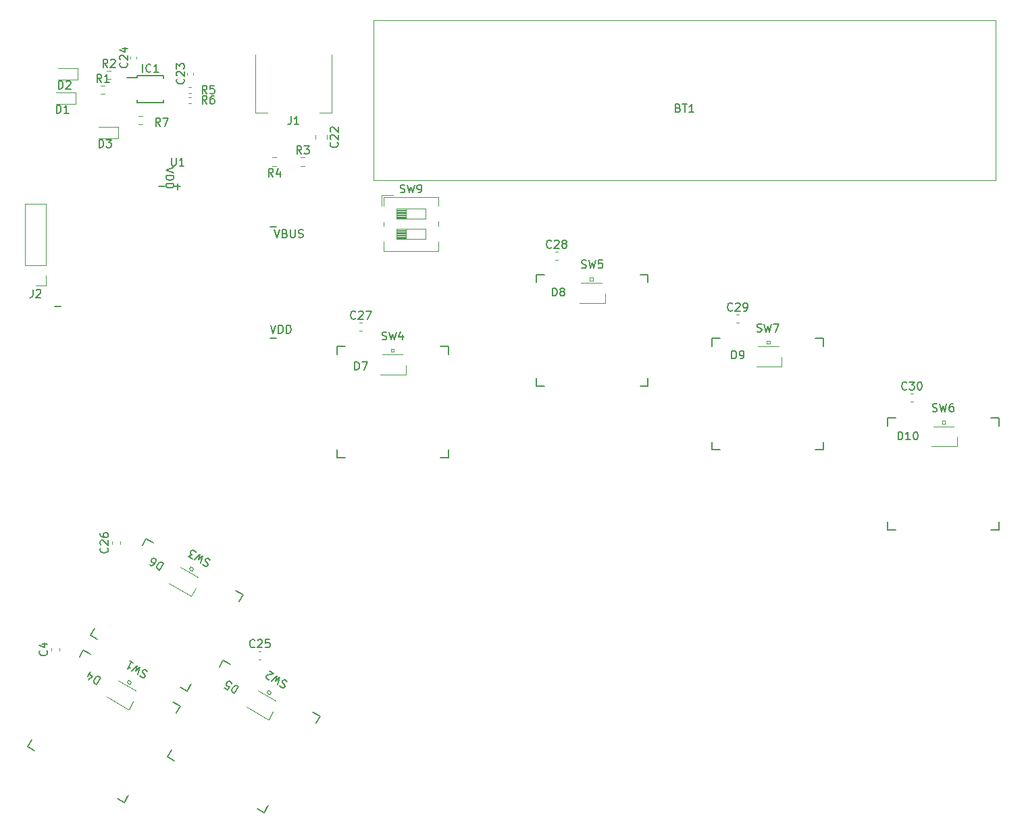
<source format=gbr>
%TF.GenerationSoftware,KiCad,Pcbnew,(5.99.0-9634-gb691c18bfc)*%
%TF.CreationDate,2021-03-07T16:09:04+01:00*%
%TF.ProjectId,keychordz,6b657963-686f-4726-947a-2e6b69636164,rev?*%
%TF.SameCoordinates,Original*%
%TF.FileFunction,Legend,Top*%
%TF.FilePolarity,Positive*%
%FSLAX46Y46*%
G04 Gerber Fmt 4.6, Leading zero omitted, Abs format (unit mm)*
G04 Created by KiCad (PCBNEW (5.99.0-9634-gb691c18bfc)) date 2021-03-07 16:09:04*
%MOMM*%
%LPD*%
G01*
G04 APERTURE LIST*
%ADD10C,0.150000*%
%ADD11C,0.120000*%
G04 APERTURE END LIST*
D10*
%TO.C,SW7*%
X104848666Y-51838761D02*
X104991523Y-51886380D01*
X105229619Y-51886380D01*
X105324857Y-51838761D01*
X105372476Y-51791142D01*
X105420095Y-51695904D01*
X105420095Y-51600666D01*
X105372476Y-51505428D01*
X105324857Y-51457809D01*
X105229619Y-51410190D01*
X105039142Y-51362571D01*
X104943904Y-51314952D01*
X104896285Y-51267333D01*
X104848666Y-51172095D01*
X104848666Y-51076857D01*
X104896285Y-50981619D01*
X104943904Y-50934000D01*
X105039142Y-50886380D01*
X105277238Y-50886380D01*
X105420095Y-50934000D01*
X105753428Y-50886380D02*
X105991523Y-51886380D01*
X106182000Y-51172095D01*
X106372476Y-51886380D01*
X106610571Y-50886380D01*
X106896285Y-50886380D02*
X107562952Y-50886380D01*
X107134380Y-51886380D01*
%TO.C,SW6*%
X126848666Y-61838761D02*
X126991523Y-61886380D01*
X127229619Y-61886380D01*
X127324857Y-61838761D01*
X127372476Y-61791142D01*
X127420095Y-61695904D01*
X127420095Y-61600666D01*
X127372476Y-61505428D01*
X127324857Y-61457809D01*
X127229619Y-61410190D01*
X127039142Y-61362571D01*
X126943904Y-61314952D01*
X126896285Y-61267333D01*
X126848666Y-61172095D01*
X126848666Y-61076857D01*
X126896285Y-60981619D01*
X126943904Y-60934000D01*
X127039142Y-60886380D01*
X127277238Y-60886380D01*
X127420095Y-60934000D01*
X127753428Y-60886380D02*
X127991523Y-61886380D01*
X128182000Y-61172095D01*
X128372476Y-61886380D01*
X128610571Y-60886380D01*
X129420095Y-60886380D02*
X129229619Y-60886380D01*
X129134380Y-60934000D01*
X129086761Y-60981619D01*
X128991523Y-61124476D01*
X128943904Y-61314952D01*
X128943904Y-61695904D01*
X128991523Y-61791142D01*
X129039142Y-61838761D01*
X129134380Y-61886380D01*
X129324857Y-61886380D01*
X129420095Y-61838761D01*
X129467714Y-61791142D01*
X129515333Y-61695904D01*
X129515333Y-61457809D01*
X129467714Y-61362571D01*
X129420095Y-61314952D01*
X129324857Y-61267333D01*
X129134380Y-61267333D01*
X129039142Y-61314952D01*
X128991523Y-61362571D01*
X128943904Y-61457809D01*
%TO.C,SW5*%
X82848666Y-43838761D02*
X82991523Y-43886380D01*
X83229619Y-43886380D01*
X83324857Y-43838761D01*
X83372476Y-43791142D01*
X83420095Y-43695904D01*
X83420095Y-43600666D01*
X83372476Y-43505428D01*
X83324857Y-43457809D01*
X83229619Y-43410190D01*
X83039142Y-43362571D01*
X82943904Y-43314952D01*
X82896285Y-43267333D01*
X82848666Y-43172095D01*
X82848666Y-43076857D01*
X82896285Y-42981619D01*
X82943904Y-42934000D01*
X83039142Y-42886380D01*
X83277238Y-42886380D01*
X83420095Y-42934000D01*
X83753428Y-42886380D02*
X83991523Y-43886380D01*
X84182000Y-43172095D01*
X84372476Y-43886380D01*
X84610571Y-42886380D01*
X85467714Y-42886380D02*
X84991523Y-42886380D01*
X84943904Y-43362571D01*
X84991523Y-43314952D01*
X85086761Y-43267333D01*
X85324857Y-43267333D01*
X85420095Y-43314952D01*
X85467714Y-43362571D01*
X85515333Y-43457809D01*
X85515333Y-43695904D01*
X85467714Y-43791142D01*
X85420095Y-43838761D01*
X85324857Y-43886380D01*
X85086761Y-43886380D01*
X84991523Y-43838761D01*
X84943904Y-43791142D01*
%TO.C,SW4*%
X57848666Y-52838761D02*
X57991523Y-52886380D01*
X58229619Y-52886380D01*
X58324857Y-52838761D01*
X58372476Y-52791142D01*
X58420095Y-52695904D01*
X58420095Y-52600666D01*
X58372476Y-52505428D01*
X58324857Y-52457809D01*
X58229619Y-52410190D01*
X58039142Y-52362571D01*
X57943904Y-52314952D01*
X57896285Y-52267333D01*
X57848666Y-52172095D01*
X57848666Y-52076857D01*
X57896285Y-51981619D01*
X57943904Y-51934000D01*
X58039142Y-51886380D01*
X58277238Y-51886380D01*
X58420095Y-51934000D01*
X58753428Y-51886380D02*
X58991523Y-52886380D01*
X59182000Y-52172095D01*
X59372476Y-52886380D01*
X59610571Y-51886380D01*
X60420095Y-52219714D02*
X60420095Y-52886380D01*
X60182000Y-51838761D02*
X59943904Y-52553047D01*
X60562952Y-52553047D01*
%TO.C,SW3*%
X36326581Y-80543092D02*
X36226673Y-80430424D01*
X36020476Y-80311377D01*
X35914188Y-80304997D01*
X35849139Y-80322427D01*
X35760281Y-80381096D01*
X35712662Y-80463574D01*
X35706282Y-80569862D01*
X35723712Y-80634911D01*
X35782381Y-80723770D01*
X35923529Y-80860247D01*
X35982198Y-80949105D01*
X35999627Y-81014154D01*
X35993248Y-81120442D01*
X35945629Y-81202921D01*
X35856770Y-81261590D01*
X35791721Y-81279020D01*
X35685433Y-81272640D01*
X35479237Y-81153592D01*
X35379328Y-81040925D01*
X35066844Y-80915497D02*
X35360647Y-79930424D01*
X34838547Y-80453776D01*
X35030733Y-79739948D01*
X34324536Y-80486926D01*
X34077100Y-80344069D02*
X33540989Y-80034545D01*
X34020141Y-79871297D01*
X33896423Y-79799868D01*
X33837754Y-79711010D01*
X33820324Y-79645961D01*
X33826704Y-79539673D01*
X33945751Y-79333477D01*
X34034610Y-79274808D01*
X34099659Y-79257378D01*
X34205947Y-79263758D01*
X34453382Y-79406615D01*
X34512052Y-79495473D01*
X34529481Y-79560522D01*
%TO.C,SW2*%
X45978581Y-95783092D02*
X45878673Y-95670424D01*
X45672476Y-95551377D01*
X45566188Y-95544997D01*
X45501139Y-95562427D01*
X45412281Y-95621096D01*
X45364662Y-95703574D01*
X45358282Y-95809862D01*
X45375712Y-95874911D01*
X45434381Y-95963770D01*
X45575529Y-96100247D01*
X45634198Y-96189105D01*
X45651627Y-96254154D01*
X45645248Y-96360442D01*
X45597629Y-96442921D01*
X45508770Y-96501590D01*
X45443721Y-96519020D01*
X45337433Y-96512640D01*
X45131237Y-96393592D01*
X45031328Y-96280925D01*
X44718844Y-96155497D02*
X45012647Y-95170424D01*
X44490547Y-95693776D01*
X44682733Y-94979948D01*
X43976536Y-95726926D01*
X43735480Y-95477781D02*
X43670431Y-95495210D01*
X43564143Y-95488831D01*
X43357947Y-95369783D01*
X43299278Y-95280925D01*
X43281848Y-95215876D01*
X43288228Y-95109588D01*
X43335847Y-95027109D01*
X43448514Y-94927201D01*
X44229100Y-94718043D01*
X43692989Y-94408519D01*
%TO.C,SW1*%
X28452581Y-94513092D02*
X28352673Y-94400424D01*
X28146476Y-94281377D01*
X28040188Y-94274997D01*
X27975139Y-94292427D01*
X27886281Y-94351096D01*
X27838662Y-94433574D01*
X27832282Y-94539862D01*
X27849712Y-94604911D01*
X27908381Y-94693770D01*
X28049529Y-94830247D01*
X28108198Y-94919105D01*
X28125627Y-94984154D01*
X28119248Y-95090442D01*
X28071629Y-95172921D01*
X27982770Y-95231590D01*
X27917721Y-95249020D01*
X27811433Y-95242640D01*
X27605237Y-95123592D01*
X27505328Y-95010925D01*
X27192844Y-94885497D02*
X27486647Y-93900424D01*
X26964547Y-94423776D01*
X27156733Y-93709948D01*
X26450536Y-94456926D01*
X26166989Y-93138519D02*
X26661861Y-93424234D01*
X26414425Y-93281377D02*
X25914425Y-94147402D01*
X26068332Y-94071303D01*
X26198430Y-94036444D01*
X26304718Y-94042823D01*
%TO.C,J1*%
X46402666Y-24862380D02*
X46402666Y-25576666D01*
X46355047Y-25719523D01*
X46259809Y-25814761D01*
X46116952Y-25862380D01*
X46021714Y-25862380D01*
X47402666Y-25862380D02*
X46831238Y-25862380D01*
X47116952Y-25862380D02*
X47116952Y-24862380D01*
X47021714Y-25005238D01*
X46926476Y-25100476D01*
X46831238Y-25148095D01*
%TO.C,R3*%
X47747333Y-29552380D02*
X47414000Y-29076190D01*
X47175904Y-29552380D02*
X47175904Y-28552380D01*
X47556857Y-28552380D01*
X47652095Y-28600000D01*
X47699714Y-28647619D01*
X47747333Y-28742857D01*
X47747333Y-28885714D01*
X47699714Y-28980952D01*
X47652095Y-29028571D01*
X47556857Y-29076190D01*
X47175904Y-29076190D01*
X48080666Y-28552380D02*
X48699714Y-28552380D01*
X48366380Y-28933333D01*
X48509238Y-28933333D01*
X48604476Y-28980952D01*
X48652095Y-29028571D01*
X48699714Y-29123809D01*
X48699714Y-29361904D01*
X48652095Y-29457142D01*
X48604476Y-29504761D01*
X48509238Y-29552380D01*
X48223523Y-29552380D01*
X48128285Y-29504761D01*
X48080666Y-29457142D01*
%TO.C,D8*%
X79196904Y-47385380D02*
X79196904Y-46385380D01*
X79435000Y-46385380D01*
X79577857Y-46433000D01*
X79673095Y-46528238D01*
X79720714Y-46623476D01*
X79768333Y-46813952D01*
X79768333Y-46956809D01*
X79720714Y-47147285D01*
X79673095Y-47242523D01*
X79577857Y-47337761D01*
X79435000Y-47385380D01*
X79196904Y-47385380D01*
X80339761Y-46813952D02*
X80244523Y-46766333D01*
X80196904Y-46718714D01*
X80149285Y-46623476D01*
X80149285Y-46575857D01*
X80196904Y-46480619D01*
X80244523Y-46433000D01*
X80339761Y-46385380D01*
X80530238Y-46385380D01*
X80625476Y-46433000D01*
X80673095Y-46480619D01*
X80720714Y-46575857D01*
X80720714Y-46623476D01*
X80673095Y-46718714D01*
X80625476Y-46766333D01*
X80530238Y-46813952D01*
X80339761Y-46813952D01*
X80244523Y-46861571D01*
X80196904Y-46909190D01*
X80149285Y-47004428D01*
X80149285Y-47194904D01*
X80196904Y-47290142D01*
X80244523Y-47337761D01*
X80339761Y-47385380D01*
X80530238Y-47385380D01*
X80625476Y-47337761D01*
X80673095Y-47290142D01*
X80720714Y-47194904D01*
X80720714Y-47004428D01*
X80673095Y-46909190D01*
X80625476Y-46861571D01*
X80530238Y-46813952D01*
%TO.C,SW9*%
X60134666Y-34378761D02*
X60277523Y-34426380D01*
X60515619Y-34426380D01*
X60610857Y-34378761D01*
X60658476Y-34331142D01*
X60706095Y-34235904D01*
X60706095Y-34140666D01*
X60658476Y-34045428D01*
X60610857Y-33997809D01*
X60515619Y-33950190D01*
X60325142Y-33902571D01*
X60229904Y-33854952D01*
X60182285Y-33807333D01*
X60134666Y-33712095D01*
X60134666Y-33616857D01*
X60182285Y-33521619D01*
X60229904Y-33474000D01*
X60325142Y-33426380D01*
X60563238Y-33426380D01*
X60706095Y-33474000D01*
X61039428Y-33426380D02*
X61277523Y-34426380D01*
X61468000Y-33712095D01*
X61658476Y-34426380D01*
X61896571Y-33426380D01*
X62325142Y-34426380D02*
X62515619Y-34426380D01*
X62610857Y-34378761D01*
X62658476Y-34331142D01*
X62753714Y-34188285D01*
X62801333Y-33997809D01*
X62801333Y-33616857D01*
X62753714Y-33521619D01*
X62706095Y-33474000D01*
X62610857Y-33426380D01*
X62420380Y-33426380D01*
X62325142Y-33474000D01*
X62277523Y-33521619D01*
X62229904Y-33616857D01*
X62229904Y-33854952D01*
X62277523Y-33950190D01*
X62325142Y-33997809D01*
X62420380Y-34045428D01*
X62610857Y-34045428D01*
X62706095Y-33997809D01*
X62753714Y-33950190D01*
X62801333Y-33854952D01*
%TO.C,D1*%
X17033904Y-24448380D02*
X17033904Y-23448380D01*
X17272000Y-23448380D01*
X17414857Y-23496000D01*
X17510095Y-23591238D01*
X17557714Y-23686476D01*
X17605333Y-23876952D01*
X17605333Y-24019809D01*
X17557714Y-24210285D01*
X17510095Y-24305523D01*
X17414857Y-24400761D01*
X17272000Y-24448380D01*
X17033904Y-24448380D01*
X18557714Y-24448380D02*
X17986285Y-24448380D01*
X18272000Y-24448380D02*
X18272000Y-23448380D01*
X18176761Y-23591238D01*
X18081523Y-23686476D01*
X17986285Y-23734095D01*
%TO.C,D3*%
X22367904Y-28766380D02*
X22367904Y-27766380D01*
X22606000Y-27766380D01*
X22748857Y-27814000D01*
X22844095Y-27909238D01*
X22891714Y-28004476D01*
X22939333Y-28194952D01*
X22939333Y-28337809D01*
X22891714Y-28528285D01*
X22844095Y-28623523D01*
X22748857Y-28718761D01*
X22606000Y-28766380D01*
X22367904Y-28766380D01*
X23272666Y-27766380D02*
X23891714Y-27766380D01*
X23558380Y-28147333D01*
X23701238Y-28147333D01*
X23796476Y-28194952D01*
X23844095Y-28242571D01*
X23891714Y-28337809D01*
X23891714Y-28575904D01*
X23844095Y-28671142D01*
X23796476Y-28718761D01*
X23701238Y-28766380D01*
X23415523Y-28766380D01*
X23320285Y-28718761D01*
X23272666Y-28671142D01*
%TO.C,D4*%
X22558239Y-95245384D02*
X22058239Y-96111409D01*
X21852043Y-95992362D01*
X21752134Y-95879694D01*
X21717275Y-95749596D01*
X21723654Y-95643308D01*
X21777653Y-95454541D01*
X21849082Y-95330823D01*
X21985559Y-95189675D01*
X22074418Y-95131006D01*
X22204515Y-95096147D01*
X22352043Y-95126336D01*
X22558239Y-95245384D01*
X20987727Y-95108448D02*
X21321060Y-94531098D01*
X21003447Y-95557410D02*
X21566786Y-95057868D01*
X21030675Y-94748345D01*
%TO.C,U1*%
X31438095Y-30052380D02*
X31438095Y-30861904D01*
X31485714Y-30957142D01*
X31533333Y-31004761D01*
X31628571Y-31052380D01*
X31819047Y-31052380D01*
X31914285Y-31004761D01*
X31961904Y-30957142D01*
X32009523Y-30861904D01*
X32009523Y-30052380D01*
X33009523Y-31052380D02*
X32438095Y-31052380D01*
X32723809Y-31052380D02*
X32723809Y-30052380D01*
X32628571Y-30195238D01*
X32533333Y-30290476D01*
X32438095Y-30338095D01*
X43819047Y-38671428D02*
X44580952Y-38671428D01*
X16819047Y-48671428D02*
X17580952Y-48671428D01*
X31819047Y-33671428D02*
X32580952Y-33671428D01*
X32200000Y-34052380D02*
X32200000Y-33290476D01*
X43819047Y-52671428D02*
X44580952Y-52671428D01*
X29819047Y-33671428D02*
X30580952Y-33671428D01*
X31747619Y-31266666D02*
X30747619Y-31600000D01*
X31747619Y-31933333D01*
X30747619Y-32266666D02*
X31747619Y-32266666D01*
X31747619Y-32504761D01*
X31700000Y-32647619D01*
X31604761Y-32742857D01*
X31509523Y-32790476D01*
X31319047Y-32838095D01*
X31176190Y-32838095D01*
X30985714Y-32790476D01*
X30890476Y-32742857D01*
X30795238Y-32647619D01*
X30747619Y-32504761D01*
X30747619Y-32266666D01*
X30747619Y-33266666D02*
X31747619Y-33266666D01*
X31747619Y-33504761D01*
X31700000Y-33647619D01*
X31604761Y-33742857D01*
X31509523Y-33790476D01*
X31319047Y-33838095D01*
X31176190Y-33838095D01*
X30985714Y-33790476D01*
X30890476Y-33742857D01*
X30795238Y-33647619D01*
X30747619Y-33504761D01*
X30747619Y-33266666D01*
X44366666Y-39052380D02*
X44700000Y-40052380D01*
X45033333Y-39052380D01*
X45700000Y-39528571D02*
X45842857Y-39576190D01*
X45890476Y-39623809D01*
X45938095Y-39719047D01*
X45938095Y-39861904D01*
X45890476Y-39957142D01*
X45842857Y-40004761D01*
X45747619Y-40052380D01*
X45366666Y-40052380D01*
X45366666Y-39052380D01*
X45700000Y-39052380D01*
X45795238Y-39100000D01*
X45842857Y-39147619D01*
X45890476Y-39242857D01*
X45890476Y-39338095D01*
X45842857Y-39433333D01*
X45795238Y-39480952D01*
X45700000Y-39528571D01*
X45366666Y-39528571D01*
X46366666Y-39052380D02*
X46366666Y-39861904D01*
X46414285Y-39957142D01*
X46461904Y-40004761D01*
X46557142Y-40052380D01*
X46747619Y-40052380D01*
X46842857Y-40004761D01*
X46890476Y-39957142D01*
X46938095Y-39861904D01*
X46938095Y-39052380D01*
X47366666Y-40004761D02*
X47509523Y-40052380D01*
X47747619Y-40052380D01*
X47842857Y-40004761D01*
X47890476Y-39957142D01*
X47938095Y-39861904D01*
X47938095Y-39766666D01*
X47890476Y-39671428D01*
X47842857Y-39623809D01*
X47747619Y-39576190D01*
X47557142Y-39528571D01*
X47461904Y-39480952D01*
X47414285Y-39433333D01*
X47366666Y-39338095D01*
X47366666Y-39242857D01*
X47414285Y-39147619D01*
X47461904Y-39100000D01*
X47557142Y-39052380D01*
X47795238Y-39052380D01*
X47938095Y-39100000D01*
X43866666Y-51052380D02*
X44200000Y-52052380D01*
X44533333Y-51052380D01*
X44866666Y-52052380D02*
X44866666Y-51052380D01*
X45104761Y-51052380D01*
X45247619Y-51100000D01*
X45342857Y-51195238D01*
X45390476Y-51290476D01*
X45438095Y-51480952D01*
X45438095Y-51623809D01*
X45390476Y-51814285D01*
X45342857Y-51909523D01*
X45247619Y-52004761D01*
X45104761Y-52052380D01*
X44866666Y-52052380D01*
X45866666Y-52052380D02*
X45866666Y-51052380D01*
X46104761Y-51052380D01*
X46247619Y-51100000D01*
X46342857Y-51195238D01*
X46390476Y-51290476D01*
X46438095Y-51480952D01*
X46438095Y-51623809D01*
X46390476Y-51814285D01*
X46342857Y-51909523D01*
X46247619Y-52004761D01*
X46104761Y-52052380D01*
X45866666Y-52052380D01*
%TO.C,R4*%
X44191333Y-32412380D02*
X43858000Y-31936190D01*
X43619904Y-32412380D02*
X43619904Y-31412380D01*
X44000857Y-31412380D01*
X44096095Y-31460000D01*
X44143714Y-31507619D01*
X44191333Y-31602857D01*
X44191333Y-31745714D01*
X44143714Y-31840952D01*
X44096095Y-31888571D01*
X44000857Y-31936190D01*
X43619904Y-31936190D01*
X45048476Y-31745714D02*
X45048476Y-32412380D01*
X44810380Y-31364761D02*
X44572285Y-32079047D01*
X45191333Y-32079047D01*
%TO.C,D5*%
X39864269Y-96388384D02*
X39364269Y-97254409D01*
X39158073Y-97135362D01*
X39058164Y-97022694D01*
X39023305Y-96892596D01*
X39029684Y-96786308D01*
X39083683Y-96597541D01*
X39155112Y-96473823D01*
X39291589Y-96332675D01*
X39380448Y-96274006D01*
X39510545Y-96239147D01*
X39658073Y-96269336D01*
X39864269Y-96388384D01*
X38085851Y-96516314D02*
X38498244Y-96754409D01*
X38777578Y-96365826D01*
X38712530Y-96383255D01*
X38606241Y-96376876D01*
X38400045Y-96257828D01*
X38341376Y-96168970D01*
X38323946Y-96103921D01*
X38330326Y-95997633D01*
X38449373Y-95791436D01*
X38538232Y-95732767D01*
X38603281Y-95715337D01*
X38709569Y-95721717D01*
X38915765Y-95840765D01*
X38974434Y-95929623D01*
X38991864Y-95994672D01*
%TO.C,R7*%
X30051333Y-26066380D02*
X29718000Y-25590190D01*
X29479904Y-26066380D02*
X29479904Y-25066380D01*
X29860857Y-25066380D01*
X29956095Y-25114000D01*
X30003714Y-25161619D01*
X30051333Y-25256857D01*
X30051333Y-25399714D01*
X30003714Y-25494952D01*
X29956095Y-25542571D01*
X29860857Y-25590190D01*
X29479904Y-25590190D01*
X30384666Y-25066380D02*
X31051333Y-25066380D01*
X30622761Y-26066380D01*
%TO.C,R6*%
X35893333Y-23272380D02*
X35560000Y-22796190D01*
X35321904Y-23272380D02*
X35321904Y-22272380D01*
X35702857Y-22272380D01*
X35798095Y-22320000D01*
X35845714Y-22367619D01*
X35893333Y-22462857D01*
X35893333Y-22605714D01*
X35845714Y-22700952D01*
X35798095Y-22748571D01*
X35702857Y-22796190D01*
X35321904Y-22796190D01*
X36750476Y-22272380D02*
X36560000Y-22272380D01*
X36464761Y-22320000D01*
X36417142Y-22367619D01*
X36321904Y-22510476D01*
X36274285Y-22700952D01*
X36274285Y-23081904D01*
X36321904Y-23177142D01*
X36369523Y-23224761D01*
X36464761Y-23272380D01*
X36655238Y-23272380D01*
X36750476Y-23224761D01*
X36798095Y-23177142D01*
X36845714Y-23081904D01*
X36845714Y-22843809D01*
X36798095Y-22748571D01*
X36750476Y-22700952D01*
X36655238Y-22653333D01*
X36464761Y-22653333D01*
X36369523Y-22700952D01*
X36321904Y-22748571D01*
X36274285Y-22843809D01*
%TO.C,C29*%
X101771142Y-49162142D02*
X101723523Y-49209761D01*
X101580666Y-49257380D01*
X101485428Y-49257380D01*
X101342571Y-49209761D01*
X101247333Y-49114523D01*
X101199714Y-49019285D01*
X101152095Y-48828809D01*
X101152095Y-48685952D01*
X101199714Y-48495476D01*
X101247333Y-48400238D01*
X101342571Y-48305000D01*
X101485428Y-48257380D01*
X101580666Y-48257380D01*
X101723523Y-48305000D01*
X101771142Y-48352619D01*
X102152095Y-48352619D02*
X102199714Y-48305000D01*
X102294952Y-48257380D01*
X102533047Y-48257380D01*
X102628285Y-48305000D01*
X102675904Y-48352619D01*
X102723523Y-48447857D01*
X102723523Y-48543095D01*
X102675904Y-48685952D01*
X102104476Y-49257380D01*
X102723523Y-49257380D01*
X103199714Y-49257380D02*
X103390190Y-49257380D01*
X103485428Y-49209761D01*
X103533047Y-49162142D01*
X103628285Y-49019285D01*
X103675904Y-48828809D01*
X103675904Y-48447857D01*
X103628285Y-48352619D01*
X103580666Y-48305000D01*
X103485428Y-48257380D01*
X103294952Y-48257380D01*
X103199714Y-48305000D01*
X103152095Y-48352619D01*
X103104476Y-48447857D01*
X103104476Y-48685952D01*
X103152095Y-48781190D01*
X103199714Y-48828809D01*
X103294952Y-48876428D01*
X103485428Y-48876428D01*
X103580666Y-48828809D01*
X103628285Y-48781190D01*
X103675904Y-48685952D01*
%TO.C,C30*%
X123615142Y-59068142D02*
X123567523Y-59115761D01*
X123424666Y-59163380D01*
X123329428Y-59163380D01*
X123186571Y-59115761D01*
X123091333Y-59020523D01*
X123043714Y-58925285D01*
X122996095Y-58734809D01*
X122996095Y-58591952D01*
X123043714Y-58401476D01*
X123091333Y-58306238D01*
X123186571Y-58211000D01*
X123329428Y-58163380D01*
X123424666Y-58163380D01*
X123567523Y-58211000D01*
X123615142Y-58258619D01*
X123948476Y-58163380D02*
X124567523Y-58163380D01*
X124234190Y-58544333D01*
X124377047Y-58544333D01*
X124472285Y-58591952D01*
X124519904Y-58639571D01*
X124567523Y-58734809D01*
X124567523Y-58972904D01*
X124519904Y-59068142D01*
X124472285Y-59115761D01*
X124377047Y-59163380D01*
X124091333Y-59163380D01*
X123996095Y-59115761D01*
X123948476Y-59068142D01*
X125186571Y-58163380D02*
X125281809Y-58163380D01*
X125377047Y-58211000D01*
X125424666Y-58258619D01*
X125472285Y-58353857D01*
X125519904Y-58544333D01*
X125519904Y-58782428D01*
X125472285Y-58972904D01*
X125424666Y-59068142D01*
X125377047Y-59115761D01*
X125281809Y-59163380D01*
X125186571Y-59163380D01*
X125091333Y-59115761D01*
X125043714Y-59068142D01*
X124996095Y-58972904D01*
X124948476Y-58782428D01*
X124948476Y-58544333D01*
X124996095Y-58353857D01*
X125043714Y-58258619D01*
X125091333Y-58211000D01*
X125186571Y-58163380D01*
%TO.C,C22*%
X52237142Y-28124857D02*
X52284761Y-28172476D01*
X52332380Y-28315333D01*
X52332380Y-28410571D01*
X52284761Y-28553428D01*
X52189523Y-28648666D01*
X52094285Y-28696285D01*
X51903809Y-28743904D01*
X51760952Y-28743904D01*
X51570476Y-28696285D01*
X51475238Y-28648666D01*
X51380000Y-28553428D01*
X51332380Y-28410571D01*
X51332380Y-28315333D01*
X51380000Y-28172476D01*
X51427619Y-28124857D01*
X51427619Y-27743904D02*
X51380000Y-27696285D01*
X51332380Y-27601047D01*
X51332380Y-27362952D01*
X51380000Y-27267714D01*
X51427619Y-27220095D01*
X51522857Y-27172476D01*
X51618095Y-27172476D01*
X51760952Y-27220095D01*
X52332380Y-27791523D01*
X52332380Y-27172476D01*
X51427619Y-26791523D02*
X51380000Y-26743904D01*
X51332380Y-26648666D01*
X51332380Y-26410571D01*
X51380000Y-26315333D01*
X51427619Y-26267714D01*
X51522857Y-26220095D01*
X51618095Y-26220095D01*
X51760952Y-26267714D01*
X52332380Y-26839142D01*
X52332380Y-26220095D01*
%TO.C,R5*%
X35893333Y-22002380D02*
X35560000Y-21526190D01*
X35321904Y-22002380D02*
X35321904Y-21002380D01*
X35702857Y-21002380D01*
X35798095Y-21050000D01*
X35845714Y-21097619D01*
X35893333Y-21192857D01*
X35893333Y-21335714D01*
X35845714Y-21430952D01*
X35798095Y-21478571D01*
X35702857Y-21526190D01*
X35321904Y-21526190D01*
X36798095Y-21002380D02*
X36321904Y-21002380D01*
X36274285Y-21478571D01*
X36321904Y-21430952D01*
X36417142Y-21383333D01*
X36655238Y-21383333D01*
X36750476Y-21430952D01*
X36798095Y-21478571D01*
X36845714Y-21573809D01*
X36845714Y-21811904D01*
X36798095Y-21907142D01*
X36750476Y-21954761D01*
X36655238Y-22002380D01*
X36417142Y-22002380D01*
X36321904Y-21954761D01*
X36274285Y-21907142D01*
%TO.C,R1*%
X22685333Y-20572380D02*
X22352000Y-20096190D01*
X22113904Y-20572380D02*
X22113904Y-19572380D01*
X22494857Y-19572380D01*
X22590095Y-19620000D01*
X22637714Y-19667619D01*
X22685333Y-19762857D01*
X22685333Y-19905714D01*
X22637714Y-20000952D01*
X22590095Y-20048571D01*
X22494857Y-20096190D01*
X22113904Y-20096190D01*
X23637714Y-20572380D02*
X23066285Y-20572380D01*
X23352000Y-20572380D02*
X23352000Y-19572380D01*
X23256761Y-19715238D01*
X23161523Y-19810476D01*
X23066285Y-19858095D01*
%TO.C,C28*%
X79064642Y-41288142D02*
X79017023Y-41335761D01*
X78874166Y-41383380D01*
X78778928Y-41383380D01*
X78636071Y-41335761D01*
X78540833Y-41240523D01*
X78493214Y-41145285D01*
X78445595Y-40954809D01*
X78445595Y-40811952D01*
X78493214Y-40621476D01*
X78540833Y-40526238D01*
X78636071Y-40431000D01*
X78778928Y-40383380D01*
X78874166Y-40383380D01*
X79017023Y-40431000D01*
X79064642Y-40478619D01*
X79445595Y-40478619D02*
X79493214Y-40431000D01*
X79588452Y-40383380D01*
X79826547Y-40383380D01*
X79921785Y-40431000D01*
X79969404Y-40478619D01*
X80017023Y-40573857D01*
X80017023Y-40669095D01*
X79969404Y-40811952D01*
X79397976Y-41383380D01*
X80017023Y-41383380D01*
X80588452Y-40811952D02*
X80493214Y-40764333D01*
X80445595Y-40716714D01*
X80397976Y-40621476D01*
X80397976Y-40573857D01*
X80445595Y-40478619D01*
X80493214Y-40431000D01*
X80588452Y-40383380D01*
X80778928Y-40383380D01*
X80874166Y-40431000D01*
X80921785Y-40478619D01*
X80969404Y-40573857D01*
X80969404Y-40621476D01*
X80921785Y-40716714D01*
X80874166Y-40764333D01*
X80778928Y-40811952D01*
X80588452Y-40811952D01*
X80493214Y-40859571D01*
X80445595Y-40907190D01*
X80397976Y-41002428D01*
X80397976Y-41192904D01*
X80445595Y-41288142D01*
X80493214Y-41335761D01*
X80588452Y-41383380D01*
X80778928Y-41383380D01*
X80874166Y-41335761D01*
X80921785Y-41288142D01*
X80969404Y-41192904D01*
X80969404Y-41002428D01*
X80921785Y-40907190D01*
X80874166Y-40859571D01*
X80778928Y-40811952D01*
%TO.C,J2*%
X14066666Y-46562380D02*
X14066666Y-47276666D01*
X14019047Y-47419523D01*
X13923809Y-47514761D01*
X13780952Y-47562380D01*
X13685714Y-47562380D01*
X14495238Y-46657619D02*
X14542857Y-46610000D01*
X14638095Y-46562380D01*
X14876190Y-46562380D01*
X14971428Y-46610000D01*
X15019047Y-46657619D01*
X15066666Y-46752857D01*
X15066666Y-46848095D01*
X15019047Y-46990952D01*
X14447619Y-47562380D01*
X15066666Y-47562380D01*
%TO.C,IC1*%
X27817809Y-19302380D02*
X27817809Y-18302380D01*
X28865428Y-19207142D02*
X28817809Y-19254761D01*
X28674952Y-19302380D01*
X28579714Y-19302380D01*
X28436857Y-19254761D01*
X28341619Y-19159523D01*
X28294000Y-19064285D01*
X28246380Y-18873809D01*
X28246380Y-18730952D01*
X28294000Y-18540476D01*
X28341619Y-18445238D01*
X28436857Y-18350000D01*
X28579714Y-18302380D01*
X28674952Y-18302380D01*
X28817809Y-18350000D01*
X28865428Y-18397619D01*
X29817809Y-19302380D02*
X29246380Y-19302380D01*
X29532095Y-19302380D02*
X29532095Y-18302380D01*
X29436857Y-18445238D01*
X29341619Y-18540476D01*
X29246380Y-18588095D01*
%TO.C,C27*%
X54527142Y-50178142D02*
X54479523Y-50225761D01*
X54336666Y-50273380D01*
X54241428Y-50273380D01*
X54098571Y-50225761D01*
X54003333Y-50130523D01*
X53955714Y-50035285D01*
X53908095Y-49844809D01*
X53908095Y-49701952D01*
X53955714Y-49511476D01*
X54003333Y-49416238D01*
X54098571Y-49321000D01*
X54241428Y-49273380D01*
X54336666Y-49273380D01*
X54479523Y-49321000D01*
X54527142Y-49368619D01*
X54908095Y-49368619D02*
X54955714Y-49321000D01*
X55050952Y-49273380D01*
X55289047Y-49273380D01*
X55384285Y-49321000D01*
X55431904Y-49368619D01*
X55479523Y-49463857D01*
X55479523Y-49559095D01*
X55431904Y-49701952D01*
X54860476Y-50273380D01*
X55479523Y-50273380D01*
X55812857Y-49273380D02*
X56479523Y-49273380D01*
X56050952Y-50273380D01*
%TO.C,D6*%
X30444326Y-80930213D02*
X29944326Y-81796238D01*
X29738130Y-81677191D01*
X29638221Y-81564523D01*
X29603362Y-81434425D01*
X29609741Y-81328137D01*
X29663740Y-81139370D01*
X29735169Y-81015652D01*
X29871646Y-80874504D01*
X29960505Y-80815835D01*
X30090602Y-80780976D01*
X30238130Y-80811165D01*
X30444326Y-80930213D01*
X28707147Y-81081952D02*
X28872104Y-81177191D01*
X28978392Y-81183570D01*
X29043441Y-81166140D01*
X29197348Y-81090042D01*
X29333826Y-80948894D01*
X29524302Y-80618979D01*
X29530682Y-80512691D01*
X29513252Y-80447643D01*
X29454583Y-80358784D01*
X29289626Y-80263546D01*
X29183338Y-80257166D01*
X29118289Y-80274596D01*
X29029430Y-80333265D01*
X28910383Y-80539462D01*
X28904003Y-80645750D01*
X28921433Y-80710799D01*
X28980102Y-80799657D01*
X29145059Y-80894895D01*
X29251347Y-80901275D01*
X29316396Y-80883845D01*
X29405254Y-80825176D01*
%TO.C,D2*%
X17287904Y-21400380D02*
X17287904Y-20400380D01*
X17526000Y-20400380D01*
X17668857Y-20448000D01*
X17764095Y-20543238D01*
X17811714Y-20638476D01*
X17859333Y-20828952D01*
X17859333Y-20971809D01*
X17811714Y-21162285D01*
X17764095Y-21257523D01*
X17668857Y-21352761D01*
X17526000Y-21400380D01*
X17287904Y-21400380D01*
X18240285Y-20495619D02*
X18287904Y-20448000D01*
X18383142Y-20400380D01*
X18621238Y-20400380D01*
X18716476Y-20448000D01*
X18764095Y-20495619D01*
X18811714Y-20590857D01*
X18811714Y-20686095D01*
X18764095Y-20828952D01*
X18192666Y-21400380D01*
X18811714Y-21400380D01*
%TO.C,C4*%
X15799142Y-91860666D02*
X15846761Y-91908285D01*
X15894380Y-92051142D01*
X15894380Y-92146380D01*
X15846761Y-92289238D01*
X15751523Y-92384476D01*
X15656285Y-92432095D01*
X15465809Y-92479714D01*
X15322952Y-92479714D01*
X15132476Y-92432095D01*
X15037238Y-92384476D01*
X14942000Y-92289238D01*
X14894380Y-92146380D01*
X14894380Y-92051142D01*
X14942000Y-91908285D01*
X14989619Y-91860666D01*
X15227714Y-91003523D02*
X15894380Y-91003523D01*
X14846761Y-91241619D02*
X15561047Y-91479714D01*
X15561047Y-90860666D01*
%TO.C,C23*%
X32971142Y-20160857D02*
X33018761Y-20208476D01*
X33066380Y-20351333D01*
X33066380Y-20446571D01*
X33018761Y-20589428D01*
X32923523Y-20684666D01*
X32828285Y-20732285D01*
X32637809Y-20779904D01*
X32494952Y-20779904D01*
X32304476Y-20732285D01*
X32209238Y-20684666D01*
X32114000Y-20589428D01*
X32066380Y-20446571D01*
X32066380Y-20351333D01*
X32114000Y-20208476D01*
X32161619Y-20160857D01*
X32161619Y-19779904D02*
X32114000Y-19732285D01*
X32066380Y-19637047D01*
X32066380Y-19398952D01*
X32114000Y-19303714D01*
X32161619Y-19256095D01*
X32256857Y-19208476D01*
X32352095Y-19208476D01*
X32494952Y-19256095D01*
X33066380Y-19827523D01*
X33066380Y-19208476D01*
X32066380Y-18875142D02*
X32066380Y-18256095D01*
X32447333Y-18589428D01*
X32447333Y-18446571D01*
X32494952Y-18351333D01*
X32542571Y-18303714D01*
X32637809Y-18256095D01*
X32875904Y-18256095D01*
X32971142Y-18303714D01*
X33018761Y-18351333D01*
X33066380Y-18446571D01*
X33066380Y-18732285D01*
X33018761Y-18827523D01*
X32971142Y-18875142D01*
%TO.C,BT1*%
X94972285Y-23788571D02*
X95115142Y-23836190D01*
X95162761Y-23883809D01*
X95210380Y-23979047D01*
X95210380Y-24121904D01*
X95162761Y-24217142D01*
X95115142Y-24264761D01*
X95019904Y-24312380D01*
X94638952Y-24312380D01*
X94638952Y-23312380D01*
X94972285Y-23312380D01*
X95067523Y-23360000D01*
X95115142Y-23407619D01*
X95162761Y-23502857D01*
X95162761Y-23598095D01*
X95115142Y-23693333D01*
X95067523Y-23740952D01*
X94972285Y-23788571D01*
X94638952Y-23788571D01*
X95496095Y-23312380D02*
X96067523Y-23312380D01*
X95781809Y-24312380D02*
X95781809Y-23312380D01*
X96924666Y-24312380D02*
X96353238Y-24312380D01*
X96638952Y-24312380D02*
X96638952Y-23312380D01*
X96543714Y-23455238D01*
X96448476Y-23550476D01*
X96353238Y-23598095D01*
%TO.C,R2*%
X23447333Y-18700380D02*
X23114000Y-18224190D01*
X22875904Y-18700380D02*
X22875904Y-17700380D01*
X23256857Y-17700380D01*
X23352095Y-17748000D01*
X23399714Y-17795619D01*
X23447333Y-17890857D01*
X23447333Y-18033714D01*
X23399714Y-18128952D01*
X23352095Y-18176571D01*
X23256857Y-18224190D01*
X22875904Y-18224190D01*
X23828285Y-17795619D02*
X23875904Y-17748000D01*
X23971142Y-17700380D01*
X24209238Y-17700380D01*
X24304476Y-17748000D01*
X24352095Y-17795619D01*
X24399714Y-17890857D01*
X24399714Y-17986095D01*
X24352095Y-18128952D01*
X23780666Y-18700380D01*
X24399714Y-18700380D01*
%TO.C,D10*%
X122535714Y-65419380D02*
X122535714Y-64419380D01*
X122773809Y-64419380D01*
X122916666Y-64467000D01*
X123011904Y-64562238D01*
X123059523Y-64657476D01*
X123107142Y-64847952D01*
X123107142Y-64990809D01*
X123059523Y-65181285D01*
X123011904Y-65276523D01*
X122916666Y-65371761D01*
X122773809Y-65419380D01*
X122535714Y-65419380D01*
X124059523Y-65419380D02*
X123488095Y-65419380D01*
X123773809Y-65419380D02*
X123773809Y-64419380D01*
X123678571Y-64562238D01*
X123583333Y-64657476D01*
X123488095Y-64705095D01*
X124678571Y-64419380D02*
X124773809Y-64419380D01*
X124869047Y-64467000D01*
X124916666Y-64514619D01*
X124964285Y-64609857D01*
X125011904Y-64800333D01*
X125011904Y-65038428D01*
X124964285Y-65228904D01*
X124916666Y-65324142D01*
X124869047Y-65371761D01*
X124773809Y-65419380D01*
X124678571Y-65419380D01*
X124583333Y-65371761D01*
X124535714Y-65324142D01*
X124488095Y-65228904D01*
X124440476Y-65038428D01*
X124440476Y-64800333D01*
X124488095Y-64609857D01*
X124535714Y-64514619D01*
X124583333Y-64467000D01*
X124678571Y-64419380D01*
%TO.C,C24*%
X25859142Y-18128857D02*
X25906761Y-18176476D01*
X25954380Y-18319333D01*
X25954380Y-18414571D01*
X25906761Y-18557428D01*
X25811523Y-18652666D01*
X25716285Y-18700285D01*
X25525809Y-18747904D01*
X25382952Y-18747904D01*
X25192476Y-18700285D01*
X25097238Y-18652666D01*
X25002000Y-18557428D01*
X24954380Y-18414571D01*
X24954380Y-18319333D01*
X25002000Y-18176476D01*
X25049619Y-18128857D01*
X25049619Y-17747904D02*
X25002000Y-17700285D01*
X24954380Y-17605047D01*
X24954380Y-17366952D01*
X25002000Y-17271714D01*
X25049619Y-17224095D01*
X25144857Y-17176476D01*
X25240095Y-17176476D01*
X25382952Y-17224095D01*
X25954380Y-17795523D01*
X25954380Y-17176476D01*
X25287714Y-16319333D02*
X25954380Y-16319333D01*
X24906761Y-16557428D02*
X25621047Y-16795523D01*
X25621047Y-16176476D01*
%TO.C,C26*%
X23419142Y-78975357D02*
X23466761Y-79022976D01*
X23514380Y-79165833D01*
X23514380Y-79261071D01*
X23466761Y-79403928D01*
X23371523Y-79499166D01*
X23276285Y-79546785D01*
X23085809Y-79594404D01*
X22942952Y-79594404D01*
X22752476Y-79546785D01*
X22657238Y-79499166D01*
X22562000Y-79403928D01*
X22514380Y-79261071D01*
X22514380Y-79165833D01*
X22562000Y-79022976D01*
X22609619Y-78975357D01*
X22609619Y-78594404D02*
X22562000Y-78546785D01*
X22514380Y-78451547D01*
X22514380Y-78213452D01*
X22562000Y-78118214D01*
X22609619Y-78070595D01*
X22704857Y-78022976D01*
X22800095Y-78022976D01*
X22942952Y-78070595D01*
X23514380Y-78642023D01*
X23514380Y-78022976D01*
X22514380Y-77165833D02*
X22514380Y-77356309D01*
X22562000Y-77451547D01*
X22609619Y-77499166D01*
X22752476Y-77594404D01*
X22942952Y-77642023D01*
X23323904Y-77642023D01*
X23419142Y-77594404D01*
X23466761Y-77546785D01*
X23514380Y-77451547D01*
X23514380Y-77261071D01*
X23466761Y-77165833D01*
X23419142Y-77118214D01*
X23323904Y-77070595D01*
X23085809Y-77070595D01*
X22990571Y-77118214D01*
X22942952Y-77165833D01*
X22895333Y-77261071D01*
X22895333Y-77451547D01*
X22942952Y-77546785D01*
X22990571Y-77594404D01*
X23085809Y-77642023D01*
%TO.C,C25*%
X41883142Y-91383142D02*
X41835523Y-91430761D01*
X41692666Y-91478380D01*
X41597428Y-91478380D01*
X41454571Y-91430761D01*
X41359333Y-91335523D01*
X41311714Y-91240285D01*
X41264095Y-91049809D01*
X41264095Y-90906952D01*
X41311714Y-90716476D01*
X41359333Y-90621238D01*
X41454571Y-90526000D01*
X41597428Y-90478380D01*
X41692666Y-90478380D01*
X41835523Y-90526000D01*
X41883142Y-90573619D01*
X42264095Y-90573619D02*
X42311714Y-90526000D01*
X42406952Y-90478380D01*
X42645047Y-90478380D01*
X42740285Y-90526000D01*
X42787904Y-90573619D01*
X42835523Y-90668857D01*
X42835523Y-90764095D01*
X42787904Y-90906952D01*
X42216476Y-91478380D01*
X42835523Y-91478380D01*
X43740285Y-90478380D02*
X43264095Y-90478380D01*
X43216476Y-90954571D01*
X43264095Y-90906952D01*
X43359333Y-90859333D01*
X43597428Y-90859333D01*
X43692666Y-90906952D01*
X43740285Y-90954571D01*
X43787904Y-91049809D01*
X43787904Y-91287904D01*
X43740285Y-91383142D01*
X43692666Y-91430761D01*
X43597428Y-91478380D01*
X43359333Y-91478380D01*
X43264095Y-91430761D01*
X43216476Y-91383142D01*
%TO.C,D7*%
X54431904Y-56656380D02*
X54431904Y-55656380D01*
X54670000Y-55656380D01*
X54812857Y-55704000D01*
X54908095Y-55799238D01*
X54955714Y-55894476D01*
X55003333Y-56084952D01*
X55003333Y-56227809D01*
X54955714Y-56418285D01*
X54908095Y-56513523D01*
X54812857Y-56608761D01*
X54670000Y-56656380D01*
X54431904Y-56656380D01*
X55336666Y-55656380D02*
X56003333Y-55656380D01*
X55574761Y-56656380D01*
%TO.C,D9*%
X101675904Y-55259380D02*
X101675904Y-54259380D01*
X101914000Y-54259380D01*
X102056857Y-54307000D01*
X102152095Y-54402238D01*
X102199714Y-54497476D01*
X102247333Y-54687952D01*
X102247333Y-54830809D01*
X102199714Y-55021285D01*
X102152095Y-55116523D01*
X102056857Y-55211761D01*
X101914000Y-55259380D01*
X101675904Y-55259380D01*
X102723523Y-55259380D02*
X102914000Y-55259380D01*
X103009238Y-55211761D01*
X103056857Y-55164142D01*
X103152095Y-55021285D01*
X103199714Y-54830809D01*
X103199714Y-54449857D01*
X103152095Y-54354619D01*
X103104476Y-54307000D01*
X103009238Y-54259380D01*
X102818761Y-54259380D01*
X102723523Y-54307000D01*
X102675904Y-54354619D01*
X102628285Y-54449857D01*
X102628285Y-54687952D01*
X102675904Y-54783190D01*
X102723523Y-54830809D01*
X102818761Y-54878428D01*
X103009238Y-54878428D01*
X103104476Y-54830809D01*
X103152095Y-54783190D01*
X103199714Y-54687952D01*
%TO.C,SW7*%
X113182000Y-52689000D02*
X113182000Y-53689000D01*
X112182000Y-66689000D02*
X113182000Y-66689000D01*
X113182000Y-52689000D02*
X112182000Y-52689000D01*
X113182000Y-65689000D02*
X113182000Y-66689000D01*
X99182000Y-66689000D02*
X99182000Y-65689000D01*
X100182000Y-52689000D02*
X99182000Y-52689000D01*
X99182000Y-66689000D02*
X100182000Y-66689000D01*
X99182000Y-53689000D02*
X99182000Y-52689000D01*
%TO.C,SW6*%
X135182000Y-62689000D02*
X135182000Y-63689000D01*
X134182000Y-76689000D02*
X135182000Y-76689000D01*
X135182000Y-62689000D02*
X134182000Y-62689000D01*
X135182000Y-75689000D02*
X135182000Y-76689000D01*
X121182000Y-76689000D02*
X121182000Y-75689000D01*
X122182000Y-62689000D02*
X121182000Y-62689000D01*
X121182000Y-76689000D02*
X122182000Y-76689000D01*
X121182000Y-63689000D02*
X121182000Y-62689000D01*
%TO.C,SW5*%
X91182000Y-44689000D02*
X91182000Y-45689000D01*
X90182000Y-58689000D02*
X91182000Y-58689000D01*
X91182000Y-44689000D02*
X90182000Y-44689000D01*
X91182000Y-57689000D02*
X91182000Y-58689000D01*
X77182000Y-58689000D02*
X77182000Y-57689000D01*
X78182000Y-44689000D02*
X77182000Y-44689000D01*
X77182000Y-58689000D02*
X78182000Y-58689000D01*
X77182000Y-45689000D02*
X77182000Y-44689000D01*
%TO.C,SW4*%
X66182000Y-53689000D02*
X66182000Y-54689000D01*
X65182000Y-67689000D02*
X66182000Y-67689000D01*
X66182000Y-53689000D02*
X65182000Y-53689000D01*
X66182000Y-66689000D02*
X66182000Y-67689000D01*
X52182000Y-67689000D02*
X52182000Y-66689000D01*
X53182000Y-53689000D02*
X52182000Y-53689000D01*
X52182000Y-67689000D02*
X53182000Y-67689000D01*
X52182000Y-54689000D02*
X52182000Y-53689000D01*
%TO.C,SW3*%
X40404178Y-84813822D02*
X39904178Y-85679848D01*
X32538152Y-96438178D02*
X33404178Y-96938178D01*
X40404178Y-84813822D02*
X39538152Y-84313822D01*
X33904178Y-96072152D02*
X33404178Y-96938178D01*
X21279822Y-89938178D02*
X21779822Y-89072152D01*
X29145848Y-78313822D02*
X28279822Y-77813822D01*
X21279822Y-89938178D02*
X22145848Y-90438178D01*
X27779822Y-78679848D02*
X28279822Y-77813822D01*
%TO.C,SW2*%
X50056178Y-100053822D02*
X49556178Y-100919848D01*
X42190152Y-111678178D02*
X43056178Y-112178178D01*
X50056178Y-100053822D02*
X49190152Y-99553822D01*
X43556178Y-111312152D02*
X43056178Y-112178178D01*
X30931822Y-105178178D02*
X31431822Y-104312152D01*
X38797848Y-93553822D02*
X37931822Y-93053822D01*
X30931822Y-105178178D02*
X31797848Y-105678178D01*
X37431822Y-93919848D02*
X37931822Y-93053822D01*
%TO.C,SW1*%
X32530178Y-98783822D02*
X32030178Y-99649848D01*
X24664152Y-110408178D02*
X25530178Y-110908178D01*
X32530178Y-98783822D02*
X31664152Y-98283822D01*
X26030178Y-110042152D02*
X25530178Y-110908178D01*
X13405822Y-103908178D02*
X13905822Y-103042152D01*
X21271848Y-92283822D02*
X20405822Y-91783822D01*
X13405822Y-103908178D02*
X14271848Y-104408178D01*
X19905822Y-92649848D02*
X20405822Y-91783822D01*
D11*
%TO.C,J1*%
X51486000Y-24420000D02*
X49986000Y-24420000D01*
X51486000Y-24420000D02*
X51486000Y-17160000D01*
X41986000Y-24420000D02*
X41986000Y-17160000D01*
X43486000Y-24420000D02*
X41986000Y-24420000D01*
%TO.C,R3*%
X47659276Y-31052500D02*
X48168724Y-31052500D01*
X47659276Y-30007500D02*
X48168724Y-30007500D01*
%TO.C,D8*%
X82600000Y-48275000D02*
X85800000Y-48275000D01*
X85800000Y-48250000D02*
X85800000Y-47100000D01*
X82800000Y-45775000D02*
X85400000Y-45775000D01*
X83900000Y-45075000D02*
X84300000Y-45075000D01*
X84300000Y-45075000D02*
X84300000Y-45475000D01*
X84300000Y-45475000D02*
X83900000Y-45475000D01*
X83900000Y-45475000D02*
X83900000Y-45075000D01*
%TO.C,SW9*%
X60864667Y-38989000D02*
X60864667Y-40259000D01*
X59658000Y-36689000D02*
X60864667Y-36689000D01*
X59658000Y-40259000D02*
X63278000Y-40259000D01*
X59658000Y-37289000D02*
X60864667Y-37289000D01*
X63278000Y-37719000D02*
X63278000Y-36449000D01*
X63278000Y-40259000D02*
X63278000Y-38989000D01*
X58058000Y-34974000D02*
X64879000Y-34974000D01*
X59658000Y-37529000D02*
X60864667Y-37529000D01*
X64879000Y-38074000D02*
X64879000Y-38635000D01*
X58058000Y-38124000D02*
X58058000Y-38635000D01*
X59658000Y-39949000D02*
X60864667Y-39949000D01*
X59658000Y-39349000D02*
X60864667Y-39349000D01*
X59658000Y-39589000D02*
X60864667Y-39589000D01*
X59658000Y-37409000D02*
X60864667Y-37409000D01*
X59658000Y-36569000D02*
X60864667Y-36569000D01*
X59658000Y-36929000D02*
X60864667Y-36929000D01*
X63278000Y-36449000D02*
X59658000Y-36449000D01*
X60864667Y-36449000D02*
X60864667Y-37719000D01*
X57818000Y-34734000D02*
X59201000Y-34734000D01*
X59658000Y-36809000D02*
X60864667Y-36809000D01*
X59658000Y-39109000D02*
X60864667Y-39109000D01*
X64879000Y-34974000D02*
X64879000Y-36094000D01*
X59658000Y-40189000D02*
X60864667Y-40189000D01*
X59658000Y-39469000D02*
X60864667Y-39469000D01*
X64879000Y-40614000D02*
X64879000Y-41734000D01*
X63278000Y-38989000D02*
X59658000Y-38989000D01*
X58058000Y-40614000D02*
X58058000Y-41734000D01*
X59658000Y-37049000D02*
X60864667Y-37049000D01*
X57818000Y-34734000D02*
X57818000Y-36044000D01*
X59658000Y-36449000D02*
X59658000Y-37719000D01*
X59658000Y-39829000D02*
X60864667Y-39829000D01*
X58058000Y-41734000D02*
X64879000Y-41734000D01*
X59658000Y-37649000D02*
X60864667Y-37649000D01*
X59658000Y-38989000D02*
X59658000Y-40259000D01*
X58058000Y-34974000D02*
X58058000Y-36044000D01*
X59658000Y-39229000D02*
X60864667Y-39229000D01*
X59658000Y-40069000D02*
X60864667Y-40069000D01*
X59658000Y-37719000D02*
X63278000Y-37719000D01*
X59658000Y-37169000D02*
X60864667Y-37169000D01*
X59658000Y-39709000D02*
X60864667Y-39709000D01*
%TO.C,D1*%
X19432000Y-23301000D02*
X19432000Y-21831000D01*
X19432000Y-21831000D02*
X16972000Y-21831000D01*
X16972000Y-23301000D02*
X19432000Y-23301000D01*
%TO.C,D3*%
X24766000Y-26149000D02*
X22306000Y-26149000D01*
X24766000Y-27619000D02*
X24766000Y-26149000D01*
X22306000Y-27619000D02*
X24766000Y-27619000D01*
%TO.C,D4*%
X23304962Y-97657833D02*
X26076243Y-99257833D01*
X24728167Y-95592770D02*
X26979833Y-96892770D01*
X26088743Y-99236182D02*
X26663743Y-98240253D01*
X26030795Y-95536552D02*
X26377205Y-95736552D01*
X26377205Y-95736552D02*
X26177205Y-96082962D01*
X26177205Y-96082962D02*
X25830795Y-95882962D01*
X25830795Y-95882962D02*
X26030795Y-95536552D01*
%TO.C,R4*%
X44612724Y-30007500D02*
X44103276Y-30007500D01*
X44612724Y-31052500D02*
X44103276Y-31052500D01*
%TO.C,D5*%
X43614743Y-100506182D02*
X44189743Y-99510253D01*
X42254167Y-96862770D02*
X44505833Y-98162770D01*
X40830962Y-98927833D02*
X43602243Y-100527833D01*
X43556795Y-96806552D02*
X43903205Y-97006552D01*
X43903205Y-97006552D02*
X43703205Y-97352962D01*
X43703205Y-97352962D02*
X43356795Y-97152962D01*
X43356795Y-97152962D02*
X43556795Y-96806552D01*
%TO.C,R7*%
X27272776Y-24837500D02*
X27782224Y-24837500D01*
X27272776Y-25882500D02*
X27782224Y-25882500D01*
%TO.C,R6*%
X33941621Y-22440000D02*
X33606379Y-22440000D01*
X33941621Y-23200000D02*
X33606379Y-23200000D01*
%TO.C,C29*%
X102267733Y-50745000D02*
X102560267Y-50745000D01*
X102267733Y-49725000D02*
X102560267Y-49725000D01*
%TO.C,C30*%
X124111733Y-60651000D02*
X124404267Y-60651000D01*
X124111733Y-59631000D02*
X124404267Y-59631000D01*
%TO.C,C22*%
X50935000Y-27220748D02*
X50935000Y-27743252D01*
X49465000Y-27220748D02*
X49465000Y-27743252D01*
%TO.C,R5*%
X33606379Y-21170000D02*
X33941621Y-21170000D01*
X33606379Y-21930000D02*
X33941621Y-21930000D01*
%TO.C,R1*%
X22597276Y-22072500D02*
X23106724Y-22072500D01*
X22597276Y-21027500D02*
X23106724Y-21027500D01*
%TO.C,C28*%
X79561233Y-41851000D02*
X79853767Y-41851000D01*
X79561233Y-42871000D02*
X79853767Y-42871000D01*
%TO.C,J2*%
X15730000Y-43510000D02*
X15730000Y-35830000D01*
X15730000Y-35830000D02*
X13070000Y-35830000D01*
X13070000Y-43510000D02*
X13070000Y-35830000D01*
X15730000Y-44780000D02*
X15730000Y-46110000D01*
X15730000Y-43510000D02*
X13070000Y-43510000D01*
X15730000Y-46110000D02*
X14400000Y-46110000D01*
D10*
%TO.C,IC1*%
X30469000Y-23125000D02*
X30469000Y-22825000D01*
X27119000Y-20000000D02*
X25894000Y-20000000D01*
X30469000Y-19775000D02*
X30469000Y-20075000D01*
X27119000Y-23125000D02*
X27119000Y-22825000D01*
X27119000Y-19775000D02*
X30469000Y-19775000D01*
X27119000Y-19775000D02*
X27119000Y-20000000D01*
X27119000Y-23125000D02*
X30469000Y-23125000D01*
D11*
%TO.C,C27*%
X55023733Y-50741000D02*
X55316267Y-50741000D01*
X55023733Y-51761000D02*
X55316267Y-51761000D01*
%TO.C,D6*%
X32550754Y-81387584D02*
X34802420Y-82687584D01*
X31127549Y-83452647D02*
X33898830Y-85052647D01*
X33911330Y-85030996D02*
X34486330Y-84035067D01*
X33853382Y-81331366D02*
X34199792Y-81531366D01*
X34199792Y-81531366D02*
X33999792Y-81877776D01*
X33999792Y-81877776D02*
X33653382Y-81677776D01*
X33653382Y-81677776D02*
X33853382Y-81331366D01*
%TO.C,D2*%
X19686000Y-18783000D02*
X17226000Y-18783000D01*
X17226000Y-20253000D02*
X19686000Y-20253000D01*
X19686000Y-20253000D02*
X19686000Y-18783000D01*
%TO.C,C4*%
X17382000Y-91840267D02*
X17382000Y-91547733D01*
X16362000Y-91840267D02*
X16362000Y-91547733D01*
%TO.C,C23*%
X33414000Y-19633835D02*
X33414000Y-19402165D01*
X34134000Y-19633835D02*
X34134000Y-19402165D01*
%TO.C,BT1*%
X134758000Y-12810000D02*
X134758000Y-32910000D01*
X56758000Y-32910000D02*
X56758000Y-12810000D01*
X56758000Y-12810000D02*
X134758000Y-12810000D01*
X134758000Y-32910000D02*
X56758000Y-32910000D01*
%TO.C,R2*%
X23359276Y-20200500D02*
X23868724Y-20200500D01*
X23359276Y-19155500D02*
X23868724Y-19155500D01*
%TO.C,D10*%
X129922000Y-66205500D02*
X129922000Y-65055500D01*
X126722000Y-66230500D02*
X129922000Y-66230500D01*
X126922000Y-63730500D02*
X129522000Y-63730500D01*
X128022000Y-63030500D02*
X128422000Y-63030500D01*
X128422000Y-63030500D02*
X128422000Y-63430500D01*
X128422000Y-63430500D02*
X128022000Y-63430500D01*
X128022000Y-63430500D02*
X128022000Y-63030500D01*
%TO.C,C24*%
X26302000Y-17601835D02*
X26302000Y-17370165D01*
X27022000Y-17601835D02*
X27022000Y-17370165D01*
%TO.C,C26*%
X23982000Y-78478767D02*
X23982000Y-78186233D01*
X25002000Y-78478767D02*
X25002000Y-78186233D01*
%TO.C,C25*%
X42379733Y-92966000D02*
X42672267Y-92966000D01*
X42379733Y-91946000D02*
X42672267Y-91946000D01*
%TO.C,D7*%
X60834000Y-57188500D02*
X60834000Y-56038500D01*
X57634000Y-57213500D02*
X60834000Y-57213500D01*
X57834000Y-54713500D02*
X60434000Y-54713500D01*
X58934000Y-54013500D02*
X59334000Y-54013500D01*
X59334000Y-54013500D02*
X59334000Y-54413500D01*
X59334000Y-54413500D02*
X58934000Y-54413500D01*
X58934000Y-54413500D02*
X58934000Y-54013500D01*
%TO.C,D9*%
X104951000Y-53697500D02*
X107551000Y-53697500D01*
X107951000Y-56172500D02*
X107951000Y-55022500D01*
X104751000Y-56197500D02*
X107951000Y-56197500D01*
X106051000Y-52997500D02*
X106451000Y-52997500D01*
X106451000Y-52997500D02*
X106451000Y-53397500D01*
X106451000Y-53397500D02*
X106051000Y-53397500D01*
X106051000Y-53397500D02*
X106051000Y-52997500D01*
%TD*%
M02*

</source>
